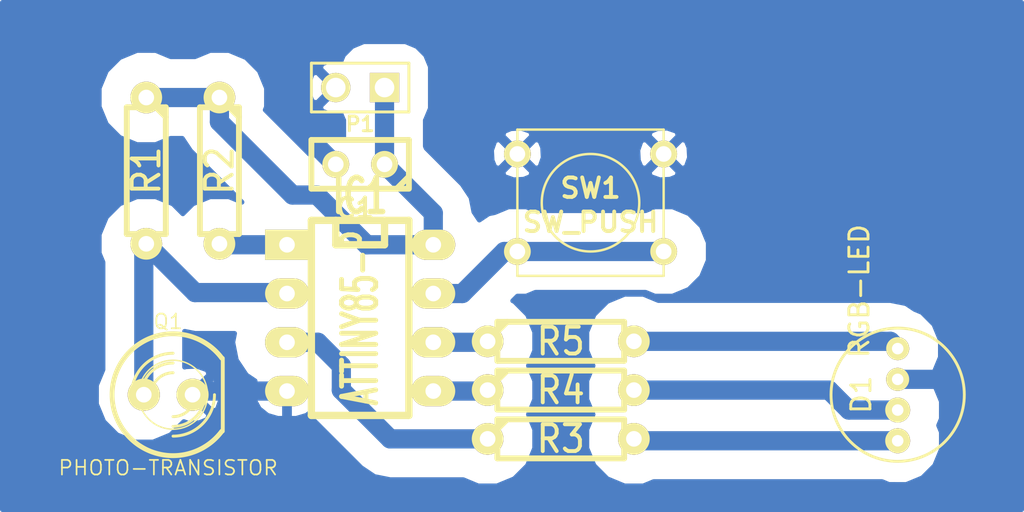
<source format=kicad_pcb>
(kicad_pcb (version 3) (host pcbnew "(2013-may-18)-stable")

  (general
    (links 21)
    (no_connects 0)
    (area 142.24 91.44 195.580001 118.110001)
    (thickness 1.6)
    (drawings 0)
    (tracks 42)
    (zones 0)
    (modules 11)
    (nets 12)
  )

  (page A3)
  (layers
    (15 F.Cu signal)
    (0 B.Cu signal)
    (16 B.Adhes user)
    (17 F.Adhes user)
    (18 B.Paste user)
    (19 F.Paste user)
    (20 B.SilkS user)
    (21 F.SilkS user)
    (22 B.Mask user)
    (23 F.Mask user)
    (24 Dwgs.User user)
    (25 Cmts.User user)
    (26 Eco1.User user)
    (27 Eco2.User user)
    (28 Edge.Cuts user)
  )

  (setup
    (last_trace_width 1)
    (trace_clearance 0.254)
    (zone_clearance 1.5)
    (zone_45_only no)
    (trace_min 0.254)
    (segment_width 0.2)
    (edge_width 0.1)
    (via_size 0.889)
    (via_drill 0.635)
    (via_min_size 0.889)
    (via_min_drill 0.508)
    (uvia_size 0.508)
    (uvia_drill 0.127)
    (uvias_allowed no)
    (uvia_min_size 0.508)
    (uvia_min_drill 0.127)
    (pcb_text_width 0.3)
    (pcb_text_size 1.5 1.5)
    (mod_edge_width 0.15)
    (mod_text_size 1 1)
    (mod_text_width 0.15)
    (pad_size 1.2 1.2)
    (pad_drill 0.6)
    (pad_to_mask_clearance 0)
    (aux_axis_origin 51 40)
    (visible_elements FFFFFFBF)
    (pcbplotparams
      (layerselection 268435457)
      (usegerberextensions true)
      (excludeedgelayer true)
      (linewidth 0.150000)
      (plotframeref false)
      (viasonmask false)
      (mode 1)
      (useauxorigin true)
      (hpglpennumber 1)
      (hpglpenspeed 20)
      (hpglpendiameter 15)
      (hpglpenoverlay 2)
      (psnegative false)
      (psa4output false)
      (plotreference true)
      (plotvalue true)
      (plotothertext true)
      (plotinvisibletext false)
      (padsonsilk false)
      (subtractmaskfromsilk false)
      (outputformat 1)
      (mirror false)
      (drillshape 0)
      (scaleselection 1)
      (outputdirectory out))
  )

  (net 0 "")
  (net 1 GND)
  (net 2 N-000001)
  (net 3 N-0000011)
  (net 4 N-000003)
  (net 5 N-000004)
  (net 6 N-000005)
  (net 7 N-000006)
  (net 8 N-000007)
  (net 9 N-000008)
  (net 10 N-000009)
  (net 11 VCC)

  (net_class Default "This is the default net class."
    (clearance 0.254)
    (trace_width 1)
    (via_dia 0.889)
    (via_drill 0.635)
    (uvia_dia 0.508)
    (uvia_drill 0.127)
    (add_net "")
    (add_net GND)
    (add_net N-000001)
    (add_net N-0000011)
    (add_net N-000003)
    (add_net N-000004)
    (add_net N-000005)
    (add_net N-000006)
    (add_net N-000007)
    (add_net N-000008)
    (add_net N-000009)
    (add_net VCC)
  )

  (module SW_PUSH_SMALL (layer F.Cu) (tedit 46544DB3) (tstamp 54947048)
    (at 173 102)
    (path /54946EB8)
    (fp_text reference SW1 (at 0 -0.762) (layer F.SilkS)
      (effects (font (size 1.016 1.016) (thickness 0.2032)))
    )
    (fp_text value SW_PUSH (at 0 1.016) (layer F.SilkS)
      (effects (font (size 1.016 1.016) (thickness 0.2032)))
    )
    (fp_circle (center 0 0) (end 0 -2.54) (layer F.SilkS) (width 0.127))
    (fp_line (start -3.81 -3.81) (end 3.81 -3.81) (layer F.SilkS) (width 0.127))
    (fp_line (start 3.81 -3.81) (end 3.81 3.81) (layer F.SilkS) (width 0.127))
    (fp_line (start 3.81 3.81) (end -3.81 3.81) (layer F.SilkS) (width 0.127))
    (fp_line (start -3.81 -3.81) (end -3.81 3.81) (layer F.SilkS) (width 0.127))
    (pad 1 thru_hole circle (at 3.81 -2.54) (size 1.397 1.397) (drill 0.8128)
      (layers *.Cu *.Mask F.SilkS)
      (net 1 GND)
    )
    (pad 2 thru_hole circle (at 3.81 2.54) (size 1.397 1.397) (drill 0.8128)
      (layers *.Cu *.Mask F.SilkS)
      (net 10 N-000009)
    )
    (pad 1 thru_hole circle (at -3.81 -2.54) (size 1.397 1.397) (drill 0.8128)
      (layers *.Cu *.Mask F.SilkS)
      (net 1 GND)
    )
    (pad 2 thru_hole circle (at -3.81 2.54) (size 1.397 1.397) (drill 0.8128)
      (layers *.Cu *.Mask F.SilkS)
      (net 10 N-000009)
    )
  )

  (module RGB-LED (layer F.Cu) (tedit 549034A5) (tstamp 54947051)
    (at 189 112 90)
    (path /549030E4)
    (fp_text reference D1 (at 0 -1.9 90) (layer F.SilkS)
      (effects (font (size 1 1) (thickness 0.15)))
    )
    (fp_text value RGB-LED (at 5.4 -2 90) (layer F.SilkS)
      (effects (font (size 1 1) (thickness 0.15)))
    )
    (fp_circle (center 0 0) (end 0.7 3.4) (layer F.SilkS) (width 0.15))
    (pad 1 thru_hole circle (at -2.4 0 90) (size 1.3 1.3) (drill 0.6)
      (layers *.Cu *.Mask F.SilkS)
      (net 8 N-000007)
    )
    (pad 2 thru_hole circle (at -0.8 0 90) (size 1.3 1.3) (drill 0.6)
      (layers *.Cu *.Mask F.SilkS)
      (net 7 N-000006)
    )
    (pad 3 thru_hole circle (at 0.8 0 90) (size 1.2 1.2) (drill 0.6)
      (layers *.Cu *.Mask F.SilkS)
      (net 1 GND)
    )
    (pad 4 thru_hole circle (at 2.4 0 90) (size 1.2 1.2) (drill 0.6)
      (layers *.Cu *.Mask F.SilkS)
      (net 6 N-000005)
    )
  )

  (module R3-LARGE_PADS (layer F.Cu) (tedit 47E26765) (tstamp 5494705F)
    (at 153.67 100.33 270)
    (descr "Resitance 3 pas")
    (tags R)
    (path /54902E1A)
    (autoplace_cost180 10)
    (fp_text reference R2 (at 0 0 270) (layer F.SilkS)
      (effects (font (size 1.397 1.27) (thickness 0.2032)))
    )
    (fp_text value 10K (at 0 0 270) (layer F.SilkS) hide
      (effects (font (size 1.397 1.27) (thickness 0.2032)))
    )
    (fp_line (start -3.81 0) (end -3.302 0) (layer F.SilkS) (width 0.3048))
    (fp_line (start 3.81 0) (end 3.302 0) (layer F.SilkS) (width 0.3048))
    (fp_line (start 3.302 0) (end 3.302 -1.016) (layer F.SilkS) (width 0.3048))
    (fp_line (start 3.302 -1.016) (end -3.302 -1.016) (layer F.SilkS) (width 0.3048))
    (fp_line (start -3.302 -1.016) (end -3.302 1.016) (layer F.SilkS) (width 0.3048))
    (fp_line (start -3.302 1.016) (end 3.302 1.016) (layer F.SilkS) (width 0.3048))
    (fp_line (start 3.302 1.016) (end 3.302 0) (layer F.SilkS) (width 0.3048))
    (fp_line (start -3.302 -0.508) (end -2.794 -1.016) (layer F.SilkS) (width 0.3048))
    (pad 1 thru_hole circle (at -3.81 0 270) (size 1.651 1.651) (drill 0.8128)
      (layers *.Cu *.Mask F.SilkS)
      (net 11 VCC)
    )
    (pad 2 thru_hole circle (at 3.81 0 270) (size 1.651 1.651) (drill 0.8128)
      (layers *.Cu *.Mask F.SilkS)
      (net 3 N-0000011)
    )
    (model discret/resistor.wrl
      (at (xyz 0 0 0))
      (scale (xyz 0.3 0.3 0.3))
      (rotate (xyz 0 0 0))
    )
  )

  (module R3-LARGE_PADS (layer F.Cu) (tedit 47E26765) (tstamp 5494706D)
    (at 149.86 100.33 270)
    (descr "Resitance 3 pas")
    (tags R)
    (path /549030B2)
    (autoplace_cost180 10)
    (fp_text reference R1 (at 0 0 270) (layer F.SilkS)
      (effects (font (size 1.397 1.27) (thickness 0.2032)))
    )
    (fp_text value 50K (at 0 0 270) (layer F.SilkS) hide
      (effects (font (size 1.397 1.27) (thickness 0.2032)))
    )
    (fp_line (start -3.81 0) (end -3.302 0) (layer F.SilkS) (width 0.3048))
    (fp_line (start 3.81 0) (end 3.302 0) (layer F.SilkS) (width 0.3048))
    (fp_line (start 3.302 0) (end 3.302 -1.016) (layer F.SilkS) (width 0.3048))
    (fp_line (start 3.302 -1.016) (end -3.302 -1.016) (layer F.SilkS) (width 0.3048))
    (fp_line (start -3.302 -1.016) (end -3.302 1.016) (layer F.SilkS) (width 0.3048))
    (fp_line (start -3.302 1.016) (end 3.302 1.016) (layer F.SilkS) (width 0.3048))
    (fp_line (start 3.302 1.016) (end 3.302 0) (layer F.SilkS) (width 0.3048))
    (fp_line (start -3.302 -0.508) (end -2.794 -1.016) (layer F.SilkS) (width 0.3048))
    (pad 1 thru_hole circle (at -3.81 0 270) (size 1.651 1.651) (drill 0.8128)
      (layers *.Cu *.Mask F.SilkS)
      (net 11 VCC)
    )
    (pad 2 thru_hole circle (at 3.81 0 270) (size 1.651 1.651) (drill 0.8128)
      (layers *.Cu *.Mask F.SilkS)
      (net 9 N-000008)
    )
    (model discret/resistor.wrl
      (at (xyz 0 0 0))
      (scale (xyz 0.3 0.3 0.3))
      (rotate (xyz 0 0 0))
    )
  )

  (module R3-LARGE_PADS (layer F.Cu) (tedit 47E26765) (tstamp 5494707B)
    (at 171.45 114.3)
    (descr "Resitance 3 pas")
    (tags R)
    (path /549030F3)
    (autoplace_cost180 10)
    (fp_text reference R3 (at 0 0) (layer F.SilkS)
      (effects (font (size 1.397 1.27) (thickness 0.2032)))
    )
    (fp_text value R (at 0 0) (layer F.SilkS) hide
      (effects (font (size 1.397 1.27) (thickness 0.2032)))
    )
    (fp_line (start -3.81 0) (end -3.302 0) (layer F.SilkS) (width 0.3048))
    (fp_line (start 3.81 0) (end 3.302 0) (layer F.SilkS) (width 0.3048))
    (fp_line (start 3.302 0) (end 3.302 -1.016) (layer F.SilkS) (width 0.3048))
    (fp_line (start 3.302 -1.016) (end -3.302 -1.016) (layer F.SilkS) (width 0.3048))
    (fp_line (start -3.302 -1.016) (end -3.302 1.016) (layer F.SilkS) (width 0.3048))
    (fp_line (start -3.302 1.016) (end 3.302 1.016) (layer F.SilkS) (width 0.3048))
    (fp_line (start 3.302 1.016) (end 3.302 0) (layer F.SilkS) (width 0.3048))
    (fp_line (start -3.302 -0.508) (end -2.794 -1.016) (layer F.SilkS) (width 0.3048))
    (pad 1 thru_hole circle (at -3.81 0) (size 1.651 1.651) (drill 0.8128)
      (layers *.Cu *.Mask F.SilkS)
      (net 5 N-000004)
    )
    (pad 2 thru_hole circle (at 3.81 0) (size 1.651 1.651) (drill 0.8128)
      (layers *.Cu *.Mask F.SilkS)
      (net 8 N-000007)
    )
    (model discret/resistor.wrl
      (at (xyz 0 0 0))
      (scale (xyz 0.3 0.3 0.3))
      (rotate (xyz 0 0 0))
    )
  )

  (module R3-LARGE_PADS (layer F.Cu) (tedit 47E26765) (tstamp 54947089)
    (at 171.45 111.76)
    (descr "Resitance 3 pas")
    (tags R)
    (path /54903100)
    (autoplace_cost180 10)
    (fp_text reference R4 (at 0 0) (layer F.SilkS)
      (effects (font (size 1.397 1.27) (thickness 0.2032)))
    )
    (fp_text value R (at 0 0) (layer F.SilkS) hide
      (effects (font (size 1.397 1.27) (thickness 0.2032)))
    )
    (fp_line (start -3.81 0) (end -3.302 0) (layer F.SilkS) (width 0.3048))
    (fp_line (start 3.81 0) (end 3.302 0) (layer F.SilkS) (width 0.3048))
    (fp_line (start 3.302 0) (end 3.302 -1.016) (layer F.SilkS) (width 0.3048))
    (fp_line (start 3.302 -1.016) (end -3.302 -1.016) (layer F.SilkS) (width 0.3048))
    (fp_line (start -3.302 -1.016) (end -3.302 1.016) (layer F.SilkS) (width 0.3048))
    (fp_line (start -3.302 1.016) (end 3.302 1.016) (layer F.SilkS) (width 0.3048))
    (fp_line (start 3.302 1.016) (end 3.302 0) (layer F.SilkS) (width 0.3048))
    (fp_line (start -3.302 -0.508) (end -2.794 -1.016) (layer F.SilkS) (width 0.3048))
    (pad 1 thru_hole circle (at -3.81 0) (size 1.651 1.651) (drill 0.8128)
      (layers *.Cu *.Mask F.SilkS)
      (net 2 N-000001)
    )
    (pad 2 thru_hole circle (at 3.81 0) (size 1.651 1.651) (drill 0.8128)
      (layers *.Cu *.Mask F.SilkS)
      (net 7 N-000006)
    )
    (model discret/resistor.wrl
      (at (xyz 0 0 0))
      (scale (xyz 0.3 0.3 0.3))
      (rotate (xyz 0 0 0))
    )
  )

  (module R3-LARGE_PADS (layer F.Cu) (tedit 47E26765) (tstamp 54947097)
    (at 171.45 109.22)
    (descr "Resitance 3 pas")
    (tags R)
    (path /54903106)
    (autoplace_cost180 10)
    (fp_text reference R5 (at 0 0) (layer F.SilkS)
      (effects (font (size 1.397 1.27) (thickness 0.2032)))
    )
    (fp_text value R (at 0 0) (layer F.SilkS) hide
      (effects (font (size 1.397 1.27) (thickness 0.2032)))
    )
    (fp_line (start -3.81 0) (end -3.302 0) (layer F.SilkS) (width 0.3048))
    (fp_line (start 3.81 0) (end 3.302 0) (layer F.SilkS) (width 0.3048))
    (fp_line (start 3.302 0) (end 3.302 -1.016) (layer F.SilkS) (width 0.3048))
    (fp_line (start 3.302 -1.016) (end -3.302 -1.016) (layer F.SilkS) (width 0.3048))
    (fp_line (start -3.302 -1.016) (end -3.302 1.016) (layer F.SilkS) (width 0.3048))
    (fp_line (start -3.302 1.016) (end 3.302 1.016) (layer F.SilkS) (width 0.3048))
    (fp_line (start 3.302 1.016) (end 3.302 0) (layer F.SilkS) (width 0.3048))
    (fp_line (start -3.302 -0.508) (end -2.794 -1.016) (layer F.SilkS) (width 0.3048))
    (pad 1 thru_hole circle (at -3.81 0) (size 1.651 1.651) (drill 0.8128)
      (layers *.Cu *.Mask F.SilkS)
      (net 4 N-000003)
    )
    (pad 2 thru_hole circle (at 3.81 0) (size 1.651 1.651) (drill 0.8128)
      (layers *.Cu *.Mask F.SilkS)
      (net 6 N-000005)
    )
    (model discret/resistor.wrl
      (at (xyz 0 0 0))
      (scale (xyz 0.3 0.3 0.3))
      (rotate (xyz 0 0 0))
    )
  )

  (module PIN_ARRAY_2X1 (layer F.Cu) (tedit 4565C520) (tstamp 549470A1)
    (at 161 96 180)
    (descr "Connecteurs 2 pins")
    (tags "CONN DEV")
    (path /5490377C)
    (fp_text reference P1 (at 0 -1.905 180) (layer F.SilkS)
      (effects (font (size 0.762 0.762) (thickness 0.1524)))
    )
    (fp_text value CONN_2 (at 0 -1.905 180) (layer F.SilkS) hide
      (effects (font (size 0.762 0.762) (thickness 0.1524)))
    )
    (fp_line (start -2.54 1.27) (end -2.54 -1.27) (layer F.SilkS) (width 0.1524))
    (fp_line (start -2.54 -1.27) (end 2.54 -1.27) (layer F.SilkS) (width 0.1524))
    (fp_line (start 2.54 -1.27) (end 2.54 1.27) (layer F.SilkS) (width 0.1524))
    (fp_line (start 2.54 1.27) (end -2.54 1.27) (layer F.SilkS) (width 0.1524))
    (pad 1 thru_hole rect (at -1.27 0 180) (size 1.524 1.524) (drill 1.016)
      (layers *.Cu *.Mask F.SilkS)
      (net 11 VCC)
    )
    (pad 2 thru_hole circle (at 1.27 0 180) (size 1.524 1.524) (drill 1.016)
      (layers *.Cu *.Mask F.SilkS)
      (net 1 GND)
    )
    (model pin_array/pins_array_2x1.wrl
      (at (xyz 0 0 0))
      (scale (xyz 1 1 1))
      (rotate (xyz 0 0 0))
    )
  )

  (module LED-5MM (layer F.Cu) (tedit 50ADE86B) (tstamp 549470B0)
    (at 151 112)
    (descr "LED 5mm - Lead pitch 100mil (2,54mm)")
    (tags "LED led 5mm 5MM 100mil 2,54mm")
    (path /54902F73)
    (fp_text reference Q1 (at 0 -3.81) (layer F.SilkS)
      (effects (font (size 0.762 0.762) (thickness 0.0889)))
    )
    (fp_text value PHOTO-TRANSISTOR (at 0 3.81) (layer F.SilkS)
      (effects (font (size 0.762 0.762) (thickness 0.0889)))
    )
    (fp_line (start 2.8448 1.905) (end 2.8448 -1.905) (layer F.SilkS) (width 0.2032))
    (fp_circle (center 0.254 0) (end -1.016 1.27) (layer F.SilkS) (width 0.0762))
    (fp_arc (start 0.254 0) (end 2.794 1.905) (angle 286.2) (layer F.SilkS) (width 0.254))
    (fp_arc (start 0.254 0) (end -0.889 0) (angle 90) (layer F.SilkS) (width 0.1524))
    (fp_arc (start 0.254 0) (end 1.397 0) (angle 90) (layer F.SilkS) (width 0.1524))
    (fp_arc (start 0.254 0) (end -1.397 0) (angle 90) (layer F.SilkS) (width 0.1524))
    (fp_arc (start 0.254 0) (end 1.905 0) (angle 90) (layer F.SilkS) (width 0.1524))
    (fp_arc (start 0.254 0) (end -1.905 0) (angle 90) (layer F.SilkS) (width 0.1524))
    (fp_arc (start 0.254 0) (end 2.413 0) (angle 90) (layer F.SilkS) (width 0.1524))
    (pad 1 thru_hole circle (at -1.27 0) (size 1.6764 1.6764) (drill 0.8128)
      (layers *.Cu *.Mask F.SilkS)
      (net 9 N-000008)
    )
    (pad 2 thru_hole circle (at 1.27 0) (size 1.6764 1.6764) (drill 0.8128)
      (layers *.Cu *.Mask F.SilkS)
      (net 1 GND)
    )
    (model discret/leds/led5_vertical_verde.wrl
      (at (xyz 0 0 0))
      (scale (xyz 1 1 1))
      (rotate (xyz 0 0 0))
    )
  )

  (module DIP-8__300_ELL (layer F.Cu) (tedit 200000) (tstamp 549470C3)
    (at 161 108 270)
    (descr "8 pins DIL package, elliptical pads")
    (tags DIL)
    (path /5490281C)
    (fp_text reference IC1 (at -6.35 0 360) (layer F.SilkS)
      (effects (font (size 1.778 1.143) (thickness 0.3048)))
    )
    (fp_text value ATTINY85-P (at 0 0 270) (layer F.SilkS)
      (effects (font (size 1.778 1.016) (thickness 0.3048)))
    )
    (fp_line (start -5.08 -1.27) (end -3.81 -1.27) (layer F.SilkS) (width 0.381))
    (fp_line (start -3.81 -1.27) (end -3.81 1.27) (layer F.SilkS) (width 0.381))
    (fp_line (start -3.81 1.27) (end -5.08 1.27) (layer F.SilkS) (width 0.381))
    (fp_line (start -5.08 -2.54) (end 5.08 -2.54) (layer F.SilkS) (width 0.381))
    (fp_line (start 5.08 -2.54) (end 5.08 2.54) (layer F.SilkS) (width 0.381))
    (fp_line (start 5.08 2.54) (end -5.08 2.54) (layer F.SilkS) (width 0.381))
    (fp_line (start -5.08 2.54) (end -5.08 -2.54) (layer F.SilkS) (width 0.381))
    (pad 1 thru_hole rect (at -3.81 3.81 270) (size 1.5748 2.286) (drill 0.8128)
      (layers *.Cu *.Mask F.SilkS)
      (net 3 N-0000011)
    )
    (pad 2 thru_hole oval (at -1.27 3.81 270) (size 1.5748 2.286) (drill 0.8128)
      (layers *.Cu *.Mask F.SilkS)
      (net 9 N-000008)
    )
    (pad 3 thru_hole oval (at 1.27 3.81 270) (size 1.5748 2.286) (drill 0.8128)
      (layers *.Cu *.Mask F.SilkS)
      (net 5 N-000004)
    )
    (pad 4 thru_hole oval (at 3.81 3.81 270) (size 1.5748 2.286) (drill 0.8128)
      (layers *.Cu *.Mask F.SilkS)
      (net 1 GND)
    )
    (pad 5 thru_hole oval (at 3.81 -3.81 270) (size 1.5748 2.286) (drill 0.8128)
      (layers *.Cu *.Mask F.SilkS)
      (net 2 N-000001)
    )
    (pad 6 thru_hole oval (at 1.27 -3.81 270) (size 1.5748 2.286) (drill 0.8128)
      (layers *.Cu *.Mask F.SilkS)
      (net 4 N-000003)
    )
    (pad 7 thru_hole oval (at -1.27 -3.81 270) (size 1.5748 2.286) (drill 0.8128)
      (layers *.Cu *.Mask F.SilkS)
      (net 10 N-000009)
    )
    (pad 8 thru_hole oval (at -3.81 -3.81 270) (size 1.5748 2.286) (drill 0.8128)
      (layers *.Cu *.Mask F.SilkS)
      (net 11 VCC)
    )
    (model dil/dil_8.wrl
      (at (xyz 0 0 0))
      (scale (xyz 1 1 1))
      (rotate (xyz 0 0 0))
    )
  )

  (module C1 (layer F.Cu) (tedit 3F92C496) (tstamp 549470CE)
    (at 161 100 180)
    (descr "Condensateur e = 1 pas")
    (tags C)
    (path /54903204)
    (fp_text reference C1 (at 0.254 -2.286 180) (layer F.SilkS)
      (effects (font (size 1.016 1.016) (thickness 0.2032)))
    )
    (fp_text value 1uF (at 0 -2.286 180) (layer F.SilkS) hide
      (effects (font (size 1.016 1.016) (thickness 0.2032)))
    )
    (fp_line (start -2.4892 -1.27) (end 2.54 -1.27) (layer F.SilkS) (width 0.3048))
    (fp_line (start 2.54 -1.27) (end 2.54 1.27) (layer F.SilkS) (width 0.3048))
    (fp_line (start 2.54 1.27) (end -2.54 1.27) (layer F.SilkS) (width 0.3048))
    (fp_line (start -2.54 1.27) (end -2.54 -1.27) (layer F.SilkS) (width 0.3048))
    (fp_line (start -2.54 -0.635) (end -1.905 -1.27) (layer F.SilkS) (width 0.3048))
    (pad 1 thru_hole circle (at -1.27 0 180) (size 1.397 1.397) (drill 0.8128)
      (layers *.Cu *.Mask F.SilkS)
      (net 11 VCC)
    )
    (pad 2 thru_hole circle (at 1.27 0 180) (size 1.397 1.397) (drill 0.8128)
      (layers *.Cu *.Mask F.SilkS)
      (net 1 GND)
    )
    (model discret/capa_1_pas.wrl
      (at (xyz 0 0 0))
      (scale (xyz 1 1 1))
      (rotate (xyz 0 0 0))
    )
  )

  (segment (start 159.73 100) (end 159.69 100) (width 1) (layer B.Cu) (net 1))
  (segment (start 159.69 100) (end 158.75 99.06) (width 1) (layer B.Cu) (net 1) (tstamp 549472CF))
  (segment (start 189 111.2) (end 191.06 111.2) (width 1) (layer B.Cu) (net 1))
  (segment (start 191.06 111.2) (end 191.77 110.49) (width 1) (layer B.Cu) (net 1) (tstamp 549472CB))
  (segment (start 157.19 111.81) (end 152.46 111.81) (width 1) (layer B.Cu) (net 1))
  (segment (start 152.46 111.81) (end 152.27 112) (width 1) (layer B.Cu) (net 1) (tstamp 549472A8))
  (segment (start 164.81 111.81) (end 167.59 111.81) (width 1) (layer B.Cu) (net 2))
  (segment (start 167.59 111.81) (end 167.64 111.76) (width 1) (layer B.Cu) (net 2) (tstamp 54947294))
  (segment (start 157.19 104.19) (end 153.72 104.19) (width 1) (layer B.Cu) (net 3))
  (segment (start 153.72 104.19) (end 153.67 104.14) (width 1) (layer B.Cu) (net 3) (tstamp 549472B2))
  (segment (start 164.81 109.27) (end 167.59 109.27) (width 1) (layer B.Cu) (net 4))
  (segment (start 167.59 109.27) (end 167.64 109.22) (width 1) (layer B.Cu) (net 4) (tstamp 54947291))
  (segment (start 167.64 114.3) (end 162.56 114.3) (width 1) (layer B.Cu) (net 5))
  (segment (start 158.8 109.27) (end 157.19 109.27) (width 1) (layer B.Cu) (net 5) (tstamp 549472A5))
  (segment (start 160.02 110.49) (end 158.8 109.27) (width 1) (layer B.Cu) (net 5) (tstamp 549472A4))
  (segment (start 160.02 111.76) (end 160.02 110.49) (width 1) (layer B.Cu) (net 5) (tstamp 549472A3))
  (segment (start 162.56 114.3) (end 160.02 111.76) (width 1) (layer B.Cu) (net 5) (tstamp 549472A2))
  (segment (start 175.26 109.22) (end 188.62 109.22) (width 1) (layer B.Cu) (net 6))
  (segment (start 188.62 109.22) (end 189 109.6) (width 1) (layer B.Cu) (net 6) (tstamp 54947297))
  (segment (start 175.26 111.76) (end 185.42 111.76) (width 1) (layer B.Cu) (net 7))
  (segment (start 186.46 112.8) (end 189 112.8) (width 1) (layer B.Cu) (net 7) (tstamp 5494729C))
  (segment (start 185.42 111.76) (end 186.46 112.8) (width 1) (layer B.Cu) (net 7) (tstamp 5494729B))
  (segment (start 189 114.4) (end 175.36 114.4) (width 1) (layer B.Cu) (net 8))
  (segment (start 175.36 114.4) (end 175.26 114.3) (width 1) (layer B.Cu) (net 8) (tstamp 5494729F))
  (segment (start 149.86 104.14) (end 152.4 106.68) (width 1) (layer B.Cu) (net 9))
  (segment (start 157.14 106.68) (end 157.19 106.73) (width 1) (layer B.Cu) (net 9) (tstamp 549472AF))
  (segment (start 152.4 106.68) (end 157.14 106.68) (width 1) (layer B.Cu) (net 9) (tstamp 549472AE))
  (segment (start 149.73 112) (end 149.73 104.27) (width 1) (layer B.Cu) (net 9))
  (segment (start 149.73 104.27) (end 149.86 104.14) (width 1) (layer B.Cu) (net 9) (tstamp 549472AB))
  (segment (start 169.19 104.54) (end 168.51 104.54) (width 1) (layer B.Cu) (net 10))
  (segment (start 166.32 106.73) (end 164.81 106.73) (width 1) (layer B.Cu) (net 10) (tstamp 549472C6))
  (segment (start 168.51 104.54) (end 166.32 106.73) (width 1) (layer B.Cu) (net 10) (tstamp 549472C5))
  (segment (start 176.81 104.54) (end 169.19 104.54) (width 1) (layer B.Cu) (net 10))
  (segment (start 162.27 100) (end 162.27 96) (width 1) (layer B.Cu) (net 11))
  (segment (start 164.81 104.19) (end 164.81 102.54) (width 1) (layer B.Cu) (net 11))
  (segment (start 164.81 102.54) (end 162.27 100) (width 1) (layer B.Cu) (net 11) (tstamp 549472BD))
  (segment (start 153.67 96.52) (end 153.67 97.79) (width 1) (layer B.Cu) (net 11))
  (segment (start 161.34 104.19) (end 164.81 104.19) (width 1) (layer B.Cu) (net 11) (tstamp 549472BA))
  (segment (start 158.75 101.6) (end 161.34 104.19) (width 1) (layer B.Cu) (net 11) (tstamp 549472B9))
  (segment (start 157.48 101.6) (end 158.75 101.6) (width 1) (layer B.Cu) (net 11) (tstamp 549472B8))
  (segment (start 153.67 97.79) (end 157.48 101.6) (width 1) (layer B.Cu) (net 11) (tstamp 549472B7))
  (segment (start 149.86 96.52) (end 153.67 96.52) (width 1) (layer B.Cu) (net 11))

  (zone (net 1) (net_name GND) (layer B.Cu) (tstamp 549472C9) (hatch edge 0.508)
    (connect_pads (clearance 1.5))
    (min_thickness 0.254)
    (fill (arc_segments 16) (thermal_gap 0.508) (thermal_bridge_width 0.508))
    (polygon
      (pts
        (xy 195.58 118.11) (xy 142.24 118.11) (xy 142.24 91.44) (xy 195.58 91.44)
      )
    )
    (filled_polygon
      (pts
        (xy 195.453 117.983) (xy 191.277394 117.983) (xy 191.277394 113.949064) (xy 191.133236 113.600176) (xy 191.276604 113.25491)
        (xy 191.277394 112.349064) (xy 190.931472 111.511868) (xy 190.58484 111.16463) (xy 190.886857 110.863141) (xy 191.226612 110.044921)
        (xy 191.227385 109.158966) (xy 190.889059 108.340154) (xy 190.263141 107.713143) (xy 189.884393 107.555873) (xy 189.433968 107.254908)
        (xy 188.62 107.093) (xy 179.135903 107.093) (xy 179.135903 104.079459) (xy 178.782612 103.224431) (xy 178.155924 102.596648)
        (xy 178.155924 99.65252) (xy 178.127146 99.122802) (xy 177.979798 98.767072) (xy 177.744186 98.705419) (xy 177.564581 98.885024)
        (xy 177.564581 98.525814) (xy 177.502928 98.290202) (xy 177.00252 98.114076) (xy 176.472802 98.142854) (xy 176.117072 98.290202)
        (xy 176.055419 98.525814) (xy 176.81 99.280395) (xy 177.564581 98.525814) (xy 177.564581 98.885024) (xy 176.989605 99.46)
        (xy 177.744186 100.214581) (xy 177.979798 100.152928) (xy 178.155924 99.65252) (xy 178.155924 102.596648) (xy 178.12901 102.569687)
        (xy 177.564581 102.335315) (xy 177.564581 100.394186) (xy 176.81 99.639605) (xy 176.630395 99.81921) (xy 176.630395 99.46)
        (xy 175.875814 98.705419) (xy 175.640202 98.767072) (xy 175.464076 99.26748) (xy 175.492854 99.797198) (xy 175.640202 100.152928)
        (xy 175.875814 100.214581) (xy 176.630395 99.46) (xy 176.630395 99.81921) (xy 176.055419 100.394186) (xy 176.117072 100.629798)
        (xy 176.61748 100.805924) (xy 177.147198 100.777146) (xy 177.502928 100.629798) (xy 177.564581 100.394186) (xy 177.564581 102.335315)
        (xy 177.2746 102.214905) (xy 176.349459 102.214097) (xy 175.868077 102.413) (xy 170.535924 102.413) (xy 170.535924 99.65252)
        (xy 170.507146 99.122802) (xy 170.359798 98.767072) (xy 170.124186 98.705419) (xy 169.944581 98.885024) (xy 169.944581 98.525814)
        (xy 169.882928 98.290202) (xy 169.38252 98.114076) (xy 168.852802 98.142854) (xy 168.497072 98.290202) (xy 168.435419 98.525814)
        (xy 169.19 99.280395) (xy 169.944581 98.525814) (xy 169.944581 98.885024) (xy 169.369605 99.46) (xy 170.124186 100.214581)
        (xy 170.359798 100.152928) (xy 170.535924 99.65252) (xy 170.535924 102.413) (xy 170.131665 102.413) (xy 169.944581 102.335315)
        (xy 169.944581 100.394186) (xy 169.19 99.639605) (xy 169.010395 99.81921) (xy 169.010395 99.46) (xy 168.255814 98.705419)
        (xy 168.020202 98.767072) (xy 167.844076 99.26748) (xy 167.872854 99.797198) (xy 168.020202 100.152928) (xy 168.255814 100.214581)
        (xy 169.010395 99.46) (xy 169.010395 99.81921) (xy 168.435419 100.394186) (xy 168.497072 100.629798) (xy 168.99748 100.805924)
        (xy 169.527198 100.777146) (xy 169.882928 100.629798) (xy 169.944581 100.394186) (xy 169.944581 102.335315) (xy 169.6546 102.214905)
        (xy 168.729459 102.214097) (xy 168.00494 102.513462) (xy 167.696032 102.574908) (xy 167.207007 102.901663) (xy 166.927106 102.482761)
        (xy 166.925385 102.481611) (xy 166.775092 101.726032) (xy 166.314016 101.035984) (xy 164.439874 99.161842) (xy 164.397 99.058077)
        (xy 164.397 97.698299) (xy 164.410498 97.684825) (xy 164.658716 97.08705) (xy 164.659281 96.43979) (xy 164.659281 94.91579)
        (xy 164.412107 94.317583) (xy 163.954825 93.859502) (xy 163.35705 93.611284) (xy 162.70979 93.610719) (xy 161.18579 93.610719)
        (xy 160.587583 93.857893) (xy 160.129502 94.315175) (xy 160.00505 94.614886) (xy 159.937696 94.590857) (xy 159.382631 94.61864)
        (xy 158.998858 94.777604) (xy 158.929393 95.019788) (xy 159.73 95.820395) (xy 159.744142 95.806252) (xy 159.880719 95.942829)
        (xy 159.880719 96.057171) (xy 159.744142 96.193747) (xy 159.73 96.179605) (xy 159.550395 96.35921) (xy 159.550395 96)
        (xy 158.749788 95.199393) (xy 158.507604 95.268858) (xy 158.320857 95.792304) (xy 158.34864 96.347369) (xy 158.507604 96.731142)
        (xy 158.749788 96.800607) (xy 159.550395 96) (xy 159.550395 96.35921) (xy 158.929393 96.980212) (xy 158.998858 97.222396)
        (xy 159.522304 97.409143) (xy 160.004995 97.384982) (xy 160.127893 97.682417) (xy 160.143 97.69755) (xy 160.143 98.731677)
        (xy 159.92252 98.654076) (xy 159.392802 98.682854) (xy 159.037072 98.830202) (xy 158.975419 99.065814) (xy 159.539682 99.630077)
        (xy 159.091279 99.540884) (xy 158.795814 99.245419) (xy 158.560202 99.307072) (xy 158.501801 99.473) (xy 158.361032 99.473)
        (xy 156.05633 97.168298) (xy 156.122073 97.009973) (xy 156.122924 96.034308) (xy 155.75034 95.132585) (xy 155.061043 94.442084)
        (xy 154.159973 94.067927) (xy 153.184308 94.067076) (xy 152.39551 94.393) (xy 151.132835 94.393) (xy 150.349973 94.067927)
        (xy 149.374308 94.067076) (xy 148.472585 94.43966) (xy 147.782084 95.128957) (xy 147.407927 96.030027) (xy 147.407076 97.005692)
        (xy 147.77966 97.907415) (xy 148.468957 98.597916) (xy 149.370027 98.972073) (xy 150.345692 98.972924) (xy 151.134489 98.647)
        (xy 151.733661 98.647) (xy 152.165984 99.294016) (xy 154.843875 101.971908) (xy 154.159973 101.687927) (xy 153.184308 101.687076)
        (xy 152.282585 102.05966) (xy 151.764701 102.57664) (xy 151.251043 102.062084) (xy 150.349973 101.687927) (xy 149.374308 101.687076)
        (xy 148.472585 102.05966) (xy 147.782084 102.748957) (xy 147.407927 103.650027) (xy 147.407076 104.625692) (xy 147.603 105.099864)
        (xy 147.603 110.694047) (xy 147.265229 111.50749) (xy 147.264373 112.488207) (xy 147.638887 113.394599) (xy 148.331753 114.088676)
        (xy 149.23749 114.464771) (xy 150.218207 114.465627) (xy 151.124599 114.091113) (xy 151.814905 113.40201) (xy 152.044097 113.484976)
        (xy 152.629568 113.458388) (xy 153.046982 113.28549) (xy 153.125807 113.035412) (xy 152.27 112.179605) (xy 152.255857 112.193747)
        (xy 152.195084 112.132974) (xy 152.195316 111.866793) (xy 152.255857 111.806252) (xy 152.27 111.820395) (xy 153.125807 110.964588)
        (xy 153.046982 110.71451) (xy 152.495903 110.515024) (xy 151.910432 110.541612) (xy 151.857 110.563744) (xy 151.857 108.69899)
        (xy 152.4 108.807) (xy 154.457829 108.807) (xy 154.365733 109.27) (xy 154.549518 110.193951) (xy 155.072894 110.977239)
        (xy 155.527426 111.280947) (xy 155.471673 111.383004) (xy 155.45499 111.46294) (xy 155.577149 111.683) (xy 156.773094 111.683)
        (xy 156.780133 111.6844) (xy 157.337 111.6844) (xy 157.337 111.937) (xy 157.317 111.937) (xy 157.317 113.2324)
        (xy 157.6726 113.2324) (xy 158.207262 113.075525) (xy 158.326084 112.979811) (xy 158.515984 113.264016) (xy 161.055984 115.804016)
        (xy 161.746032 116.265092) (xy 162.56 116.427) (xy 166.367164 116.427) (xy 167.150027 116.752073) (xy 168.125692 116.752924)
        (xy 169.027415 116.38034) (xy 169.717916 115.691043) (xy 170.092073 114.789973) (xy 170.092924 113.814308) (xy 169.768516 113.029182)
        (xy 170.092073 112.249973) (xy 170.092924 111.274308) (xy 169.768516 110.489182) (xy 170.092073 109.709973) (xy 170.092924 108.734308)
        (xy 169.72034 107.832585) (xy 169.031043 107.142084) (xy 168.949717 107.108314) (xy 169.192529 106.865502) (xy 169.650541 106.865903)
        (xy 170.131922 106.667) (xy 175.868334 106.667) (xy 176.3454 106.865095) (xy 177.270541 106.865903) (xy 178.125569 106.512612)
        (xy 178.780313 105.85901) (xy 179.135095 105.0046) (xy 179.135903 104.079459) (xy 179.135903 107.093) (xy 176.532835 107.093)
        (xy 175.749973 106.767927) (xy 174.774308 106.767076) (xy 173.872585 107.13966) (xy 173.182084 107.828957) (xy 172.807927 108.730027)
        (xy 172.807076 109.705692) (xy 173.131483 110.490817) (xy 172.807927 111.270027) (xy 172.807076 112.245692) (xy 173.131483 113.030817)
        (xy 172.807927 113.810027) (xy 172.807076 114.785692) (xy 173.17966 115.687415) (xy 173.868957 116.377916) (xy 174.770027 116.752073)
        (xy 175.745692 116.752924) (xy 176.29247 116.527) (xy 188.184803 116.527) (xy 188.54509 116.676604) (xy 189.450936 116.677394)
        (xy 190.288132 116.331472) (xy 190.929221 115.691501) (xy 191.276604 114.85491) (xy 191.277394 113.949064) (xy 191.277394 117.983)
        (xy 157.063 117.983) (xy 157.063 113.2324) (xy 157.063 111.937) (xy 155.577149 111.937) (xy 155.45499 112.15706)
        (xy 155.471673 112.236996) (xy 155.738809 112.725986) (xy 156.172738 113.075525) (xy 156.7074 113.2324) (xy 157.063 113.2324)
        (xy 157.063 117.983) (xy 153.754976 117.983) (xy 153.754976 112.225903) (xy 153.728388 111.640432) (xy 153.55549 111.223018)
        (xy 153.305412 111.144193) (xy 152.449605 112) (xy 153.305412 112.855807) (xy 153.55549 112.776982) (xy 153.754976 112.225903)
        (xy 153.754976 117.983) (xy 142.367 117.983) (xy 142.367 91.567) (xy 195.453 91.567) (xy 195.453 117.983)
      )
    )
  )
)

</source>
